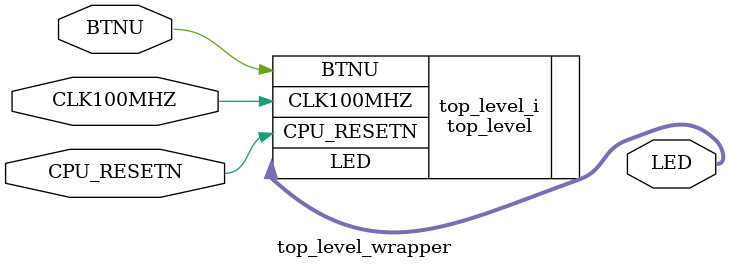
<source format=v>
`timescale 1 ps / 1 ps

module top_level_wrapper
   (BTNU,
    CLK100MHZ,
    CPU_RESETN,
    LED);
  input BTNU;
  input CLK100MHZ;
  input CPU_RESETN;
  output [15:0]LED;

  wire BTNU;
  wire CLK100MHZ;
  wire CPU_RESETN;
  wire [15:0]LED;

  top_level top_level_i
       (.BTNU(BTNU),
        .CLK100MHZ(CLK100MHZ),
        .CPU_RESETN(CPU_RESETN),
        .LED(LED));
endmodule

</source>
